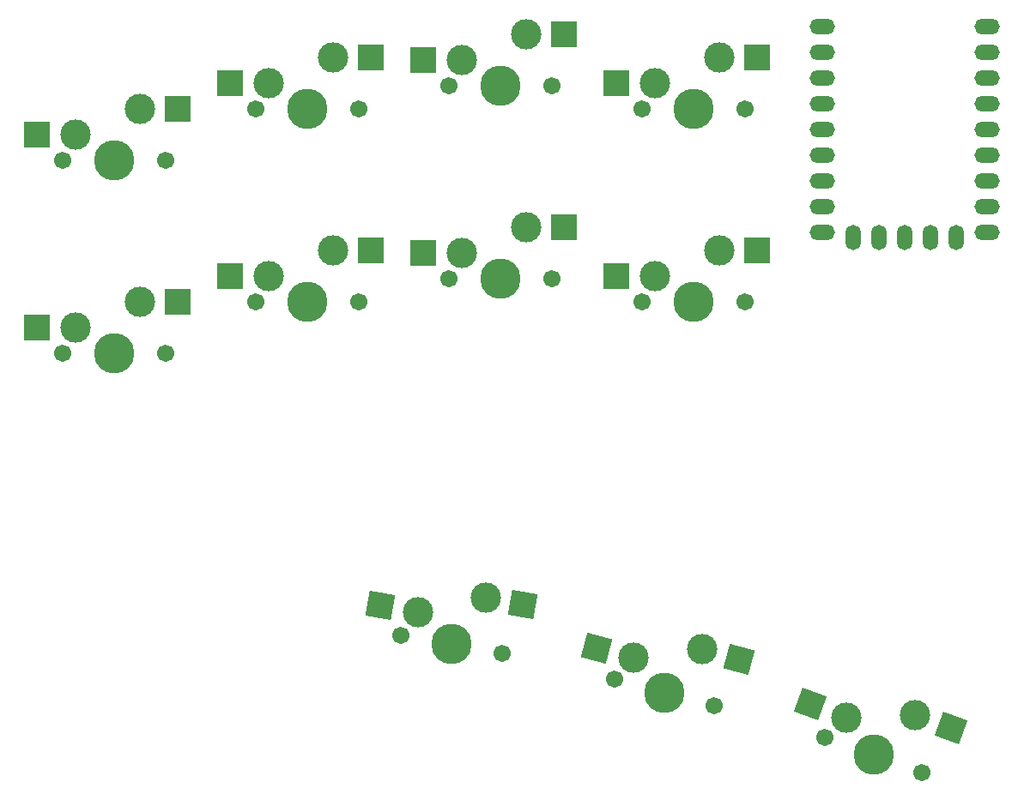
<source format=gbr>
%TF.GenerationSoftware,KiCad,Pcbnew,7.0.1*%
%TF.CreationDate,2024-01-26T17:48:26-05:00*%
%TF.ProjectId,OctoPlus Trio,4f63746f-506c-4757-9320-5472696f2e6b,rev?*%
%TF.SameCoordinates,Original*%
%TF.FileFunction,Soldermask,Bot*%
%TF.FilePolarity,Negative*%
%FSLAX46Y46*%
G04 Gerber Fmt 4.6, Leading zero omitted, Abs format (unit mm)*
G04 Created by KiCad (PCBNEW 7.0.1) date 2024-01-26 17:48:26*
%MOMM*%
%LPD*%
G01*
G04 APERTURE LIST*
G04 Aperture macros list*
%AMRotRect*
0 Rectangle, with rotation*
0 The origin of the aperture is its center*
0 $1 length*
0 $2 width*
0 $3 Rotation angle, in degrees counterclockwise*
0 Add horizontal line*
21,1,$1,$2,0,0,$3*%
G04 Aperture macros list end*
%ADD10C,1.701800*%
%ADD11C,3.000000*%
%ADD12C,3.987800*%
%ADD13R,2.550000X2.500000*%
%ADD14RotRect,2.550000X2.500000X340.000000*%
%ADD15RotRect,2.550000X2.500000X350.000000*%
%ADD16RotRect,2.550000X2.500000X345.000000*%
%ADD17O,2.500000X1.500000*%
%ADD18O,1.500000X2.500000*%
G04 APERTURE END LIST*
D10*
%TO.C,SW2*%
X123698000Y-82296000D03*
D11*
X124968000Y-79756000D03*
D12*
X128778000Y-82296000D03*
D11*
X131318000Y-77216000D03*
D10*
X133858000Y-82296000D03*
D13*
X135068000Y-77216000D03*
X121218000Y-79756000D03*
%TD*%
D10*
%TO.C,SW7*%
X142748000Y-99060000D03*
D11*
X144018000Y-96520000D03*
D12*
X147828000Y-99060000D03*
D11*
X150368000Y-93980000D03*
D10*
X152908000Y-99060000D03*
D13*
X154118000Y-93980000D03*
X140268000Y-96520000D03*
%TD*%
D10*
%TO.C,SW11*%
X179884361Y-144312538D03*
D11*
X181946502Y-142360084D03*
D12*
X184658000Y-146050000D03*
D11*
X188782282Y-142145093D03*
D10*
X189431639Y-147787462D03*
D14*
X192306129Y-143427668D03*
X178422655Y-141077508D03*
%TD*%
D10*
%TO.C,SW4*%
X161798000Y-82296000D03*
D11*
X163068000Y-79756000D03*
D12*
X166878000Y-82296000D03*
D11*
X169418000Y-77216000D03*
D10*
X171958000Y-82296000D03*
D13*
X173168000Y-77216000D03*
X159318000Y-79756000D03*
%TD*%
D10*
%TO.C,SW9*%
X137999177Y-134245867D03*
D11*
X139690949Y-131964989D03*
D12*
X143002000Y-135128000D03*
D11*
X146385544Y-130566243D03*
D10*
X148004823Y-136010133D03*
D15*
X150078574Y-131217424D03*
X135997920Y-131313808D03*
%TD*%
D10*
%TO.C,SW10*%
X159096197Y-138594399D03*
D11*
X160980323Y-136469648D03*
D12*
X164003100Y-139909200D03*
D11*
X167771352Y-135659697D03*
D10*
X168910003Y-141224001D03*
D16*
X171393574Y-136630269D03*
X157358101Y-135499076D03*
%TD*%
D10*
%TO.C,SW5*%
X104648000Y-106426000D03*
D11*
X105918000Y-103886000D03*
D12*
X109728000Y-106426000D03*
D11*
X112268000Y-101346000D03*
D10*
X114808000Y-106426000D03*
D13*
X116018000Y-101346000D03*
X102168000Y-103886000D03*
%TD*%
D10*
%TO.C,SW8*%
X161798000Y-101346000D03*
D11*
X163068000Y-98806000D03*
D12*
X166878000Y-101346000D03*
D11*
X169418000Y-96266000D03*
D10*
X171958000Y-101346000D03*
D13*
X173168000Y-96266000D03*
X159318000Y-98806000D03*
%TD*%
D10*
%TO.C,SW6*%
X123698000Y-101346000D03*
D11*
X124968000Y-98806000D03*
D12*
X128778000Y-101346000D03*
D11*
X131318000Y-96266000D03*
D10*
X133858000Y-101346000D03*
D13*
X135068000Y-96266000D03*
X121218000Y-98806000D03*
%TD*%
D10*
%TO.C,SW1*%
X104648000Y-87376000D03*
D11*
X105918000Y-84836000D03*
D12*
X109728000Y-87376000D03*
D11*
X112268000Y-82296000D03*
D10*
X114808000Y-87376000D03*
D13*
X116018000Y-82296000D03*
X102168000Y-84836000D03*
%TD*%
D10*
%TO.C,SW3*%
X142748000Y-80010000D03*
D11*
X144018000Y-77470000D03*
D12*
X147828000Y-80010000D03*
D11*
X150368000Y-74930000D03*
D10*
X152908000Y-80010000D03*
D13*
X154118000Y-74930000D03*
X140268000Y-77470000D03*
%TD*%
D17*
%TO.C,U1*%
X179586000Y-74168000D03*
X179586000Y-76708000D03*
X179586000Y-79248000D03*
X179586000Y-81788000D03*
X179586000Y-84328000D03*
X179586000Y-86868000D03*
X179586000Y-89408000D03*
X179586000Y-91948000D03*
X179586000Y-94488000D03*
D18*
X182626000Y-94988000D03*
X185166000Y-94988000D03*
X187706000Y-94988000D03*
X190246000Y-94988000D03*
X192786000Y-94988000D03*
D17*
X195826000Y-94488000D03*
X195826000Y-91948000D03*
X195826000Y-89408000D03*
X195826000Y-86868000D03*
X195826000Y-84328000D03*
X195826000Y-81788000D03*
X195826000Y-79248000D03*
X195826000Y-76708000D03*
X195826000Y-74168000D03*
%TD*%
M02*

</source>
